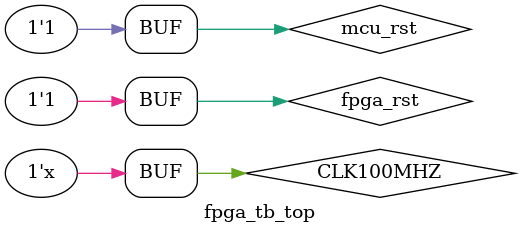
<source format=v>


module fpga_tb_top();
   reg CLK100MHZ;
    reg fpga_rst;
   reg mcu_rst;

   initial begin
      CLK100MHZ   <=0;
      fpga_rst <=0;
      mcu_rst <=0;
      #15000 fpga_rst <=1;
      mcu_rst <=1;
   end

   always
     begin
        #10 CLK100MHZ <= ~CLK100MHZ;
     end

   system u_system
     (
      .CLK100MHZ(CLK100MHZ),
      .CLK32768KHZ(),

      .fpga_rst(fpga_rst),
      .mcu_rst(mcu_rst),

      .qspi_cs(),
      .qspi_sck(),
      .qspi_dq(),

      .gpio(),

      .mcu_TDO(),
      .mcu_TCK(),
      .mcu_TDI(),
      .mcu_TMS(),

      .pmu_paden(),
      .pmu_padrst(),
      .mcu_wakeup()
      );

endmodule

</source>
